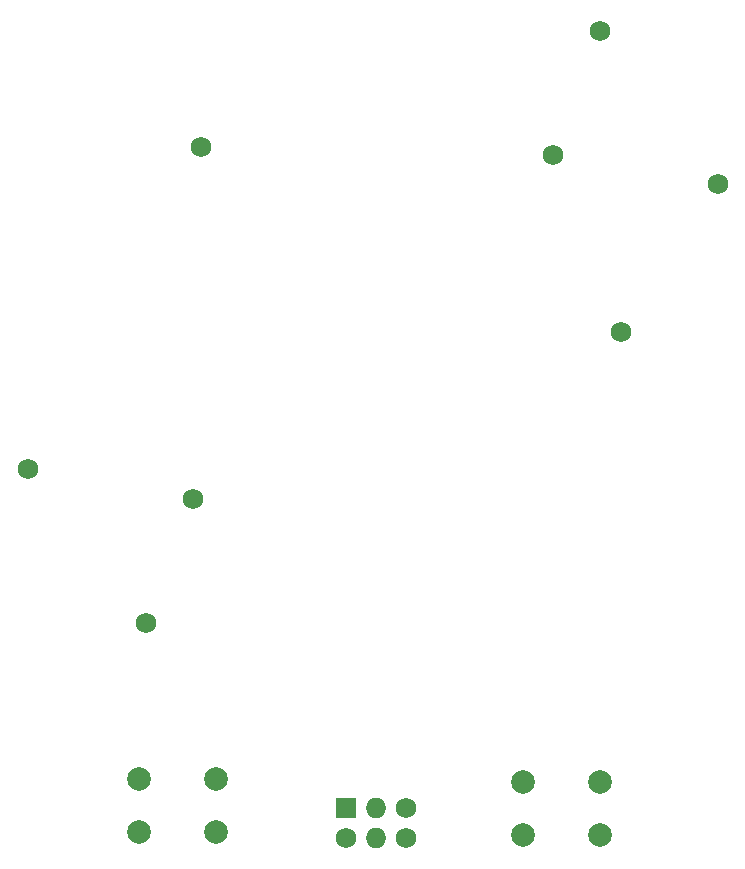
<source format=gts>
%TF.GenerationSoftware,KiCad,Pcbnew,9.0.1*%
%TF.CreationDate,2025-07-01T02:02:19-04:00*%
%TF.ProjectId,EMP_Cyclone_SAO_v1,454d505f-4379-4636-9c6f-6e655f53414f,rev?*%
%TF.SameCoordinates,Original*%
%TF.FileFunction,Soldermask,Top*%
%TF.FilePolarity,Negative*%
%FSLAX46Y46*%
G04 Gerber Fmt 4.6, Leading zero omitted, Abs format (unit mm)*
G04 Created by KiCad (PCBNEW 9.0.1) date 2025-07-01 02:02:19*
%MOMM*%
%LPD*%
G01*
G04 APERTURE LIST*
%ADD10C,1.727200*%
%ADD11C,2.000000*%
%ADD12R,1.727200X1.727200*%
%ADD13O,1.727200X1.727200*%
G04 APERTURE END LIST*
D10*
%TO.C,U1*%
X115264670Y-85495766D03*
X121051005Y-100466418D03*
X85495766Y-84735330D03*
X84769165Y-114549852D03*
%TD*%
D11*
%TO.C,SW1*%
X112750000Y-138500000D03*
X119250000Y-138500000D03*
X112750000Y-143000000D03*
X119250000Y-143000000D03*
%TD*%
D12*
%TO.C,REF\u002A\u002A*%
X97770000Y-140750000D03*
D10*
X97770000Y-143290000D03*
D13*
X100310000Y-140750000D03*
X100310000Y-143290000D03*
D10*
X102850000Y-140750000D03*
X102850000Y-143290000D03*
%TD*%
%TO.C,U2*%
X129192457Y-87926418D03*
X119264102Y-74946404D03*
X70807543Y-112073582D03*
X80770595Y-125062894D03*
%TD*%
D11*
%TO.C,SW2*%
X80250000Y-138250000D03*
X86750000Y-138250000D03*
X80250000Y-142750000D03*
X86750000Y-142750000D03*
%TD*%
M02*

</source>
